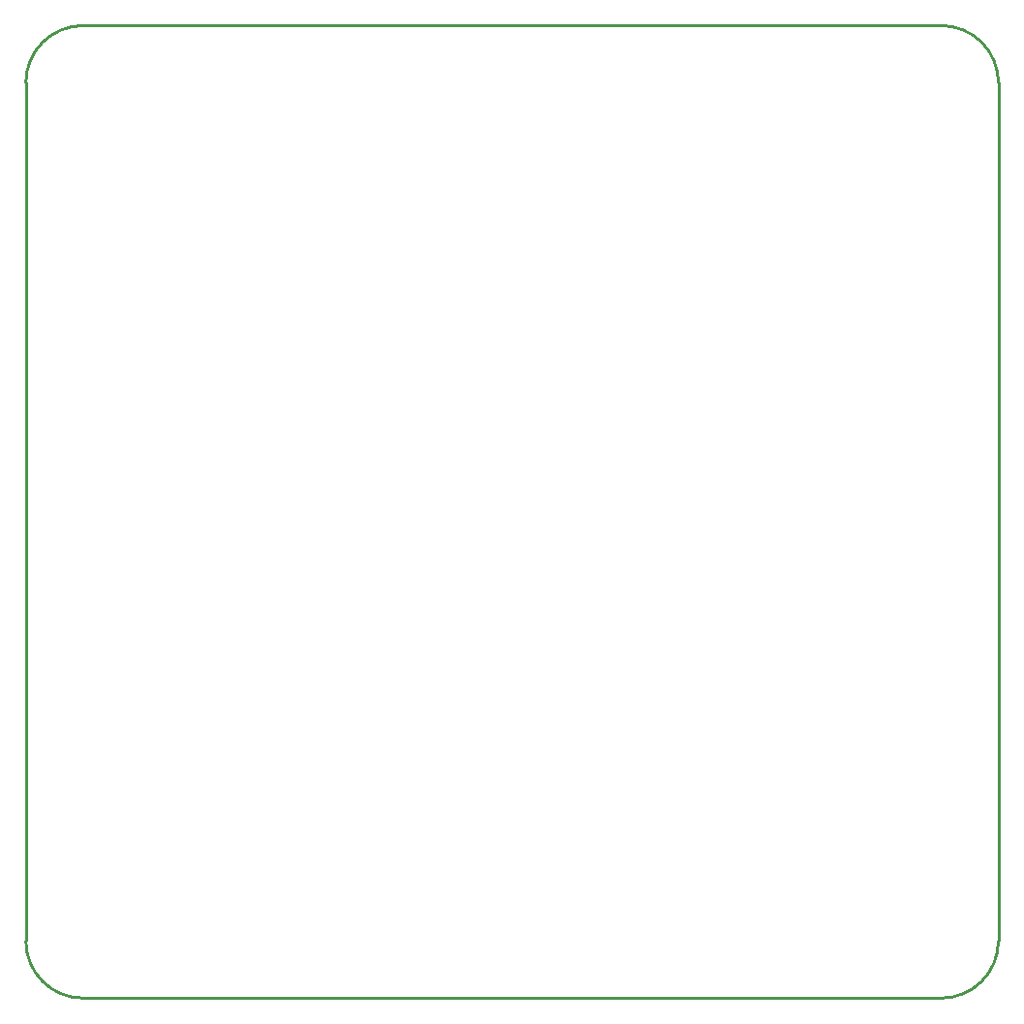
<source format=gko>
G04 Layer: BoardOutline*
G04 EasyEDA v6.4.25, 2022-01-30T22:18:30+11:00*
G04 a67cddfb3fce44daa9051d46cbbcc19f,10*
G04 Gerber Generator version 0.2*
G04 Scale: 100 percent, Rotated: No, Reflected: No *
G04 Dimensions in millimeters *
G04 leading zeros omitted , absolute positions ,4 integer and 5 decimal *
%FSLAX45Y45*%
%MOMM*%

%ADD10C,0.2540*%
D10*
X0Y499998D02*
G01*
X0Y7999999D01*
X7999999Y0D02*
G01*
X499998Y0D01*
X8500000Y7999999D02*
G01*
X8500000Y499998D01*
X499998Y8500000D02*
G01*
X7999999Y8500000D01*
G75*
G01*
X0Y7999999D02*
G02*
X499999Y8500001I499999J3D01*
G75*
G01*
X499999Y0D02*
G02*
X0Y499999I0J499999D01*
G75*
G01*
X8500001Y499999D02*
G02*
X7999999Y0I-499999J0D01*
G75*
G01*
X7999999Y8500001D02*
G02*
X8500001Y7999999I3J-499999D01*

%LPD*%
M02*

</source>
